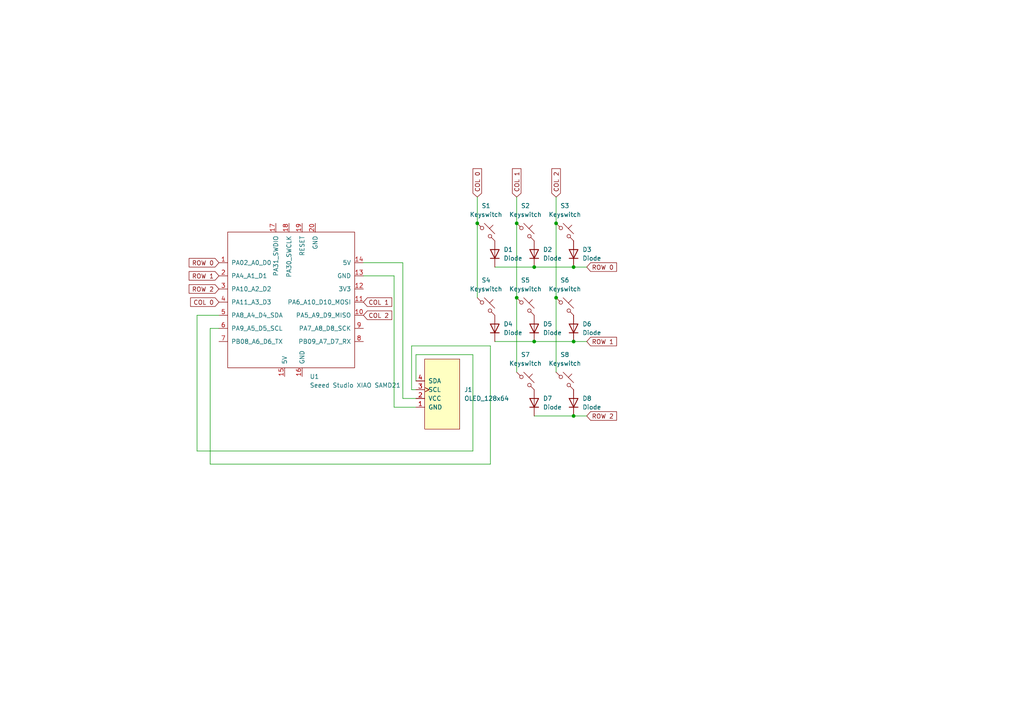
<source format=kicad_sch>
(kicad_sch (version 20231120) (generator "eeschema") (generator_version "8.0")
  (paper "A4")
  (lib_symbols
    (symbol "ScottoKeebs:OLED_128x64" (pin_names (offset 1.016))
      (property "Reference" "J" (at 0 -11.43 0))
      (property "Value" "OLED_128x64" (at 0 -7.62 0))
      (symbol "OLED_128x64_0_1"
        (rectangle (start 10.16 -10.16) (end -10.16 0) (fill (type background)))
      )
      (symbol "OLED_128x64_1_1"
        (pin power_in line (at -3.81 2.54 270) (length 2.54) (name "GND") (number "1"))
        (pin power_in line (at -1.27 2.54 270) (length 2.54) (name "VCC") (number "2"))
        (pin input clock (at 1.27 2.54 270) (length 2.54) (name "SCL") (number "3"))
        (pin bidirectional line (at 3.81 2.54 270) (length 2.54) (name "SDA") (number "4"))
      )
    )
    (symbol "ScottoKeebs:Placeholder_Diode" (pin_numbers hide) (pin_names hide)
      (property "Reference" "D" (at 0 2.54 0))
      (property "Value" "Diode" (at 0 -2.54 0))
      (symbol "Placeholder_Diode_0_1"
        (polyline (pts (xy -1.27 1.27) (xy -1.27 -1.27)) (stroke (width 0.254)))
        (polyline (pts (xy 1.27 0) (xy -1.27 0)))
        (polyline (pts (xy 1.27 1.27) (xy 1.27 -1.27) (xy -1.27 0) (xy 1.27 1.27)) (stroke (width 0.254)))
      )
      (symbol "Placeholder_Diode_1_1"
        (pin passive line (at -3.81 0 0) (length 2.54) (name "K") (number "1"))
        (pin passive line (at 3.81 0 180) (length 2.54) (name "A") (number "2"))
      )
    )
    (symbol "ScottoKeebs:Placeholder_Keyswitch" (pin_numbers hide) (pin_names (offset 1.016) hide)
      (property "Reference" "S" (at 3.048 1.016 0))
      (property "Value" "Keyswitch" (at 0 -3.81 0))
      (symbol "Placeholder_Keyswitch_0_1"
        (circle (center -1.1684 1.1684) (radius 0.508))
        (polyline (pts (xy -0.508 2.54) (xy 2.54 -0.508)))
        (polyline (pts (xy 1.016 1.016) (xy 2.032 2.032)))
        (polyline (pts (xy -2.54 2.54) (xy -1.524 1.524) (xy -1.524 1.524)))
        (polyline (pts (xy 1.524 -1.524) (xy 2.54 -2.54) (xy 2.54 -2.54) (xy 2.54 -2.54)))
        (circle (center 1.143 -1.1938) (radius 0.508))
        (pin passive line (at -2.54 2.54 0) (length 0) (name "1") (number "1"))
        (pin passive line (at 2.54 -2.54 180) (length 0) (name "2") (number "2"))
      )
    )
    (symbol "Seeed_Studio_XIAO_Series (1):Seeed Studio XIAO SAMD21" (pin_names (offset 1.016))
      (property "Reference" "U" (at -19.05 22.86 0))
      (property "Value" "Seeed Studio XIAO SAMD21" (at -12.7 21.59 0))
      (symbol "Seeed Studio XIAO SAMD21_0_1"
        (rectangle (start -19.05 20.32) (end 17.78 -19.05))
      )
      (symbol "Seeed Studio XIAO SAMD21_1_1"
        (pin unspecified line (at -21.59 11.43 0) (length 2.54) (name "PA02_A0_D0") (number "1"))
        (pin unspecified line (at 20.32 -3.81 180) (length 2.54) (name "PA5_A9_D9_MISO") (number "10"))
        (pin unspecified line (at 20.32 0 180) (length 2.54) (name "PA6_A10_D10_MOSI") (number "11"))
        (pin unspecified line (at 20.32 3.81 180) (length 2.54) (name "3V3") (number "12"))
        (pin unspecified line (at 20.32 7.62 180) (length 2.54) (name "GND") (number "13"))
        (pin unspecified line (at 20.32 11.43 180) (length 2.54) (name "5V") (number "14"))
        (pin input line (at -2.54 -21.59 90) (length 2.54) (name "5V") (number "15"))
        (pin input line (at 2.54 -21.59 90) (length 2.54) (name "GND") (number "16"))
        (pin input line (at -5.08 22.86 270) (length 2.54) (name "PA31_SWDIO") (number "17"))
        (pin input line (at -1.27 22.86 270) (length 2.54) (name "PA30_SWCLK") (number "18"))
        (pin input line (at 2.54 22.86 270) (length 2.54) (name "RESET") (number "19"))
        (pin unspecified line (at -21.59 7.62 0) (length 2.54) (name "PA4_A1_D1") (number "2"))
        (pin input line (at 6.35 22.86 270) (length 2.54) (name "GND") (number "20"))
        (pin unspecified line (at -21.59 3.81 0) (length 2.54) (name "PA10_A2_D2") (number "3"))
        (pin unspecified line (at -21.59 0 0) (length 2.54) (name "PA11_A3_D3") (number "4"))
        (pin unspecified line (at -21.59 -3.81 0) (length 2.54) (name "PA8_A4_D4_SDA") (number "5"))
        (pin unspecified line (at -21.59 -7.62 0) (length 2.54) (name "PA9_A5_D5_SCL") (number "6"))
        (pin unspecified line (at -21.59 -11.43 0) (length 2.54) (name "PB08_A6_D6_TX") (number "7"))
        (pin unspecified line (at 20.32 -11.43 180) (length 2.54) (name "PB09_A7_D7_RX") (number "8"))
        (pin unspecified line (at 20.32 -7.62 180) (length 2.54) (name "PA7_A8_D8_SCK") (number "9"))
      )
    )
  )
  (junction (at 166.37 77.47))
  (junction (at 154.94 77.47))
  (junction (at 149.86 86.36))
  (junction (at 166.37 99.06))
  (junction (at 166.37 120.65))
  (junction (at 161.29 64.77))
  (junction (at 161.29 86.36))
  (junction (at 154.94 99.06))
  (junction (at 138.43 64.77))
  (junction (at 149.86 64.77))
  (wire (pts (xy 149.86 57.15) (xy 149.86 64.77)))
  (wire (pts (xy 116.84 115.57) (xy 120.65 115.57)))
  (wire (pts (xy 166.37 120.65) (xy 170.18 120.65)))
  (wire (pts (xy 142.24 134.62) (xy 60.96 134.62)))
  (wire (pts (xy 161.29 86.36) (xy 161.29 107.95)))
  (wire (pts (xy 161.29 57.15) (xy 161.29 64.77)))
  (wire (pts (xy 154.94 77.47) (xy 166.37 77.47)))
  (wire (pts (xy 161.29 64.77) (xy 161.29 86.36)))
  (wire (pts (xy 149.86 86.36) (xy 149.86 107.95)))
  (wire (pts (xy 57.15 91.44) (xy 57.15 130.81)))
  (wire (pts (xy 154.94 99.06) (xy 166.37 99.06)))
  (wire (pts (xy 119.38 100.33) (xy 142.24 100.33)))
  (wire (pts (xy 137.16 130.81) (xy 137.16 102.87)))
  (wire (pts (xy 154.94 120.65) (xy 166.37 120.65)))
  (wire (pts (xy 138.43 64.77) (xy 138.43 86.36)))
  (wire (pts (xy 149.86 64.77) (xy 149.86 86.36)))
  (wire (pts (xy 119.38 113.03) (xy 119.38 100.33)))
  (wire (pts (xy 63.5 91.44) (xy 57.15 91.44)))
  (wire (pts (xy 105.41 76.2) (xy 116.84 76.2)))
  (wire (pts (xy 105.41 80.01) (xy 114.3 80.01)))
  (wire (pts (xy 143.51 77.47) (xy 154.94 77.47)))
  (wire (pts (xy 120.65 102.87) (xy 120.65 110.49)))
  (wire (pts (xy 137.16 102.87) (xy 120.65 102.87)))
  (wire (pts (xy 60.96 134.62) (xy 60.96 95.25)))
  (wire (pts (xy 166.37 99.06) (xy 170.18 99.06)))
  (wire (pts (xy 143.51 99.06) (xy 154.94 99.06)))
  (wire (pts (xy 114.3 80.01) (xy 114.3 118.11)))
  (wire (pts (xy 166.37 77.47) (xy 170.18 77.47)))
  (wire (pts (xy 57.15 130.81) (xy 137.16 130.81)))
  (wire (pts (xy 60.96 95.25) (xy 63.5 95.25)))
  (wire (pts (xy 138.43 57.15) (xy 138.43 64.77)))
  (wire (pts (xy 142.24 100.33) (xy 142.24 134.62)))
  (wire (pts (xy 120.65 113.03) (xy 119.38 113.03)))
  (wire (pts (xy 114.3 118.11) (xy 120.65 118.11)))
  (wire (pts (xy 116.84 76.2) (xy 116.84 115.57)))
  (global_label "ROW 2" (shape input) (at 63.5 83.82 180) (property "Intersheetrefs" "${INTERSHEET_REFS}" (effects (hide yes))))
  (global_label "ROW 1" (shape input) (at 63.5 80.01 180) (property "Intersheetrefs" "${INTERSHEET_REFS}" (effects (hide yes))))
  (global_label "COL 1" (shape input) (at 149.86 57.15 90) (property "Intersheetrefs" "${INTERSHEET_REFS}" (effects (hide yes))))
  (global_label "ROW 0" (shape input) (at 63.5 76.2 180) (property "Intersheetrefs" "${INTERSHEET_REFS}" (effects (hide yes))))
  (global_label "ROW 2" (shape input) (at 170.18 120.65 0) (property "Intersheetrefs" "${INTERSHEET_REFS}" (effects (hide yes))))
  (global_label "ROW 1" (shape input) (at 170.18 99.06 0) (property "Intersheetrefs" "${INTERSHEET_REFS}" (effects (hide yes))))
  (global_label "COL 2" (shape input) (at 161.29 57.15 90) (property "Intersheetrefs" "${INTERSHEET_REFS}" (effects (hide yes))))
  (global_label "COL 2" (shape input) (at 105.41 91.44 0) (property "Intersheetrefs" "${INTERSHEET_REFS}" (effects (hide yes))))
  (global_label "ROW 0" (shape input) (at 170.18 77.47 0) (property "Intersheetrefs" "${INTERSHEET_REFS}" (effects (hide yes))))
  (global_label "COL 1" (shape input) (at 105.41 87.63 0) (property "Intersheetrefs" "${INTERSHEET_REFS}" (effects (hide yes))))
  (global_label "COL 0" (shape input) (at 63.5 87.63 180) (property "Intersheetrefs" "${INTERSHEET_REFS}" (effects (hide yes))))
  (global_label "COL 0" (shape input) (at 138.43 57.15 90) (property "Intersheetrefs" "${INTERSHEET_REFS}" (effects (hide yes))))
  (symbol (lib_id "ScottoKeebs:Placeholder_Diode") (at 166.37 116.84 90) (unit 1)
    (property "Reference" "D8" (at 168.91 115.5699 90) (effects (justify right)))
    (property "Value" "Diode" (at 168.91 118.1099 90) (effects (justify right)))
    (property "Footprint" "ScottoKeebs_Components:Diode_DO-35" (effects (hide yes)))
    (property "Description" "1N4148 (DO-35) or 1N4148W (SOD-123)" (effects (hide yes)))
    (property "Sim.Device" "D" (effects (hide yes)))
    (property "Sim.Pins" "1=K 2=A" (effects (hide yes)))
  )
  (symbol (lib_id "ScottoKeebs:Placeholder_Diode") (at 143.51 73.66 90) (unit 1)
    (property "Reference" "D1" (at 146.05 72.3899 90) (effects (justify right)))
    (property "Value" "Diode" (at 146.05 74.9299 90) (effects (justify right)))
    (property "Footprint" "ScottoKeebs_Components:Diode_DO-35" (effects (hide yes)))
    (property "Description" "1N4148 (DO-35) or 1N4148W (SOD-123)" (effects (hide yes)))
    (property "Sim.Device" "D" (effects (hide yes)))
    (property "Sim.Pins" "1=K 2=A" (effects (hide yes)))
  )
  (symbol (lib_id "Seeed_Studio_XIAO_Series (1):Seeed Studio XIAO SAMD21") (at 85.09 87.63 0) (unit 1)
    (property "Reference" "U1" (at 89.8241 109.22 0) (effects (justify left)))
    (property "Value" "Seeed Studio XIAO SAMD21" (at 89.8241 111.76 0) (effects (justify left)))
    (property "Footprint" "ScottoKeebs_MCU:Seeed_XIAO_RP2040" (effects (hide yes)))
  )
  (symbol (lib_id "ScottoKeebs:Placeholder_Diode") (at 143.51 95.25 90) (unit 1)
    (property "Reference" "D4" (at 146.05 93.9799 90) (effects (justify right)))
    (property "Value" "Diode" (at 146.05 96.5199 90) (effects (justify right)))
    (property "Footprint" "ScottoKeebs_Components:Diode_DO-35" (effects (hide yes)))
    (property "Description" "1N4148 (DO-35) or 1N4148W (SOD-123)" (effects (hide yes)))
    (property "Sim.Device" "D" (effects (hide yes)))
    (property "Sim.Pins" "1=K 2=A" (effects (hide yes)))
  )
  (symbol (lib_id "ScottoKeebs:Placeholder_Keyswitch") (at 152.4 67.31 0) (unit 1)
    (property "Reference" "S2" (at 152.4 59.69 0))
    (property "Value" "Keyswitch" (at 152.4 62.23 0))
    (property "Footprint" "Button_Switch_Keyboard:SW_Cherry_MX_1.00u_PCB" (effects (hide yes)))
    (property "Description" "Push button switch, normally open, two pins, 45° tilted" (effects (hide yes)))
  )
  (symbol (lib_id "ScottoKeebs:Placeholder_Diode") (at 154.94 116.84 90) (unit 1)
    (property "Reference" "D7" (at 157.48 115.5699 90) (effects (justify right)))
    (property "Value" "Diode" (at 157.48 118.1099 90) (effects (justify right)))
    (property "Footprint" "ScottoKeebs_Components:Diode_DO-35" (effects (hide yes)))
    (property "Description" "1N4148 (DO-35) or 1N4148W (SOD-123)" (effects (hide yes)))
    (property "Sim.Device" "D" (effects (hide yes)))
    (property "Sim.Pins" "1=K 2=A" (effects (hide yes)))
  )
  (symbol (lib_id "ScottoKeebs:Placeholder_Keyswitch") (at 152.4 88.9 0) (unit 1)
    (property "Reference" "S5" (at 152.4 81.28 0))
    (property "Value" "Keyswitch" (at 152.4 83.82 0))
    (property "Footprint" "Button_Switch_Keyboard:SW_Cherry_MX_1.00u_PCB" (effects (hide yes)))
    (property "Description" "Push button switch, normally open, two pins, 45° tilted" (effects (hide yes)))
  )
  (symbol (lib_id "ScottoKeebs:OLED_128x64") (at 123.19 114.3 90) (unit 1)
    (property "Reference" "J1" (at 134.62 113.0299 90) (effects (justify right)))
    (property "Value" "OLED_128x64" (at 134.62 115.5699 90) (effects (justify right)))
    (property "Footprint" "ScottoKeebs_Components:OLED_128x64" (effects (hide yes)))
  )
  (symbol (lib_id "ScottoKeebs:Placeholder_Keyswitch") (at 140.97 67.31 0) (unit 1)
    (property "Reference" "S1" (at 140.97 59.69 0))
    (property "Value" "Keyswitch" (at 140.97 62.23 0))
    (property "Footprint" "Button_Switch_Keyboard:SW_Cherry_MX_1.00u_PCB" (effects (hide yes)))
    (property "Description" "Push button switch, normally open, two pins, 45° tilted" (effects (hide yes)))
  )
  (symbol (lib_id "ScottoKeebs:Placeholder_Diode") (at 166.37 95.25 90) (unit 1)
    (property "Reference" "D6" (at 168.91 93.9799 90) (effects (justify right)))
    (property "Value" "Diode" (at 168.91 96.5199 90) (effects (justify right)))
    (property "Footprint" "ScottoKeebs_Components:Diode_DO-35" (effects (hide yes)))
    (property "Description" "1N4148 (DO-35) or 1N4148W (SOD-123)" (effects (hide yes)))
    (property "Sim.Device" "D" (effects (hide yes)))
    (property "Sim.Pins" "1=K 2=A" (effects (hide yes)))
  )
  (symbol (lib_id "ScottoKeebs:Placeholder_Diode") (at 154.94 73.66 90) (unit 1)
    (property "Reference" "D2" (at 157.48 72.3899 90) (effects (justify right)))
    (property "Value" "Diode" (at 157.48 74.9299 90) (effects (justify right)))
    (property "Footprint" "ScottoKeebs_Components:Diode_DO-35" (effects (hide yes)))
    (property "Description" "1N4148 (DO-35) or 1N4148W (SOD-123)" (effects (hide yes)))
    (property "Sim.Device" "D" (effects (hide yes)))
    (property "Sim.Pins" "1=K 2=A" (effects (hide yes)))
  )
  (symbol (lib_id "ScottoKeebs:Placeholder_Keyswitch") (at 163.83 110.49 0) (unit 1)
    (property "Reference" "S8" (at 163.83 102.87 0))
    (property "Value" "Keyswitch" (at 163.83 105.41 0))
    (property "Footprint" "Button_Switch_Keyboard:SW_Cherry_MX_1.00u_PCB" (effects (hide yes)))
    (property "Description" "Push button switch, normally open, two pins, 45° tilted" (effects (hide yes)))
  )
  (symbol (lib_id "ScottoKeebs:Placeholder_Keyswitch") (at 163.83 67.31 0) (unit 1)
    (property "Reference" "S3" (at 163.83 59.69 0))
    (property "Value" "Keyswitch" (at 163.83 62.23 0))
    (property "Footprint" "Button_Switch_Keyboard:SW_Cherry_MX_1.00u_PCB" (effects (hide yes)))
    (property "Description" "Push button switch, normally open, two pins, 45° tilted" (effects (hide yes)))
  )
  (symbol (lib_id "ScottoKeebs:Placeholder_Diode") (at 154.94 95.25 90) (unit 1)
    (property "Reference" "D5" (at 157.48 93.9799 90) (effects (justify right)))
    (property "Value" "Diode" (at 157.48 96.5199 90) (effects (justify right)))
    (property "Footprint" "ScottoKeebs_Components:Diode_DO-35" (effects (hide yes)))
    (property "Description" "1N4148 (DO-35) or 1N4148W (SOD-123)" (effects (hide yes)))
    (property "Sim.Device" "D" (effects (hide yes)))
    (property "Sim.Pins" "1=K 2=A" (effects (hide yes)))
  )
  (symbol (lib_id "ScottoKeebs:Placeholder_Keyswitch") (at 140.97 88.9 0) (unit 1)
    (property "Reference" "S4" (at 140.97 81.28 0))
    (property "Value" "Keyswitch" (at 140.97 83.82 0))
    (property "Footprint" "Button_Switch_Keyboard:SW_Cherry_MX_1.00u_PCB" (effects (hide yes)))
    (property "Description" "Push button switch, normally open, two pins, 45° tilted" (effects (hide yes)))
  )
  (symbol (lib_id "ScottoKeebs:Placeholder_Keyswitch") (at 152.4 110.49 0) (unit 1)
    (property "Reference" "S7" (at 152.4 102.87 0))
    (property "Value" "Keyswitch" (at 152.4 105.41 0))
    (property "Footprint" "Button_Switch_Keyboard:SW_Cherry_MX_1.00u_PCB" (effects (hide yes)))
    (property "Description" "Push button switch, normally open, two pins, 45° tilted" (effects (hide yes)))
  )
  (symbol (lib_id "ScottoKeebs:Placeholder_Keyswitch") (at 163.83 88.9 0) (unit 1)
    (property "Reference" "S6" (at 163.83 81.28 0))
    (property "Value" "Keyswitch" (at 163.83 83.82 0))
    (property "Footprint" "Button_Switch_Keyboard:SW_Cherry_MX_1.00u_PCB" (effects (hide yes)))
    (property "Description" "Push button switch, normally open, two pins, 45° tilted" (effects (hide yes)))
  )
  (symbol (lib_id "ScottoKeebs:Placeholder_Diode") (at 166.37 73.66 90) (unit 1)
    (property "Reference" "D3" (at 168.91 72.3899 90) (effects (justify right)))
    (property "Value" "Diode" (at 168.91 74.9299 90) (effects (justify right)))
    (property "Footprint" "ScottoKeebs_Components:Diode_DO-35" (effects (hide yes)))
    (property "Description" "1N4148 (DO-35) or 1N4148W (SOD-123)" (effects (hide yes)))
    (property "Sim.Device" "D" (effects (hide yes)))
    (property "Sim.Pins" "1=K 2=A" (effects (hide yes)))
  )
)
</source>
